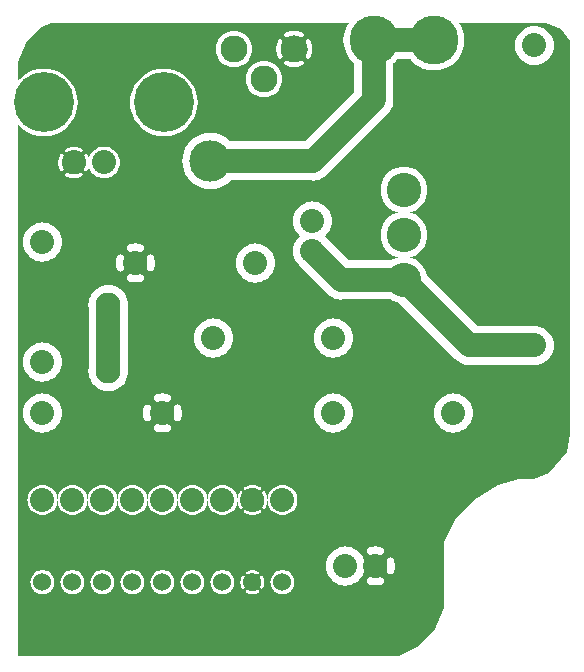
<source format=gbr>
G04 start of page 2 for group 3 layer_idx 0 *
G04 Title: (unknown), top_copper *
G04 Creator: pcb-rnd 2.0.0 *
G04 CreationDate: 2018-06-06 15:15:42 UTC *
G04 For:  *
G04 Format: Gerber/RS-274X *
G04 PCB-Dimensions: 500000 500000 *
G04 PCB-Coordinate-Origin: lower left *
%MOIN*%
%FSLAX25Y25*%
%LNTOP*%
%ADD26C,0.0730*%
%ADD25C,0.0320*%
%ADD24C,0.0790*%
%ADD23C,0.0420*%
%ADD22C,0.0400*%
%ADD21C,0.0394*%
%ADD20C,0.0472*%
%ADD19C,0.1630*%
%ADD18C,0.0900*%
%ADD17C,0.1150*%
%ADD16C,0.2000*%
%ADD15C,0.0600*%
%ADD14C,0.1378*%
%ADD13C,0.0828*%
%ADD12C,0.0800*%
%ADD11C,0.0001*%
G54D11*G36*
X372990Y406660D02*X377000D01*
X382000Y404660D01*
X385000Y400660D01*
Y269660D01*
X384000Y263660D01*
X378000Y256660D01*
X373000Y254660D01*
X372990D01*
Y292641D01*
X373000Y292640D01*
X374020Y292720D01*
X374020Y292720D01*
X375015Y292959D01*
X375960Y293351D01*
X376832Y293885D01*
X377610Y294550D01*
X378275Y295328D01*
X378809Y296200D01*
X379201Y297145D01*
X379440Y298140D01*
X379520Y299160D01*
X379440Y300180D01*
X379201Y301175D01*
X378809Y302120D01*
X378275Y302992D01*
X377610Y303770D01*
X376832Y304435D01*
X375960Y304969D01*
X375015Y305361D01*
X374020Y305600D01*
X374020Y305600D01*
X373000Y305680D01*
X372990Y305679D01*
Y392641D01*
X373000Y392640D01*
X374020Y392720D01*
X375015Y392959D01*
X375960Y393351D01*
X376832Y393885D01*
X377610Y394550D01*
X378275Y395328D01*
X378809Y396200D01*
X379201Y397145D01*
X379440Y398140D01*
X379500Y399160D01*
X379440Y400180D01*
X379201Y401175D01*
X378809Y402120D01*
X378275Y402992D01*
X377610Y403770D01*
X376832Y404435D01*
X375960Y404969D01*
X375015Y405361D01*
X374020Y405600D01*
X373000Y405680D01*
X372990Y405679D01*
Y406660D01*
G37*
G36*
Y254660D02*X368000D01*
X361000Y252660D01*
X353000Y247660D01*
X347000Y241660D01*
X345990Y239640D01*
Y270141D01*
X346000Y270140D01*
X347020Y270220D01*
X348015Y270459D01*
X348960Y270851D01*
X349832Y271385D01*
X350610Y272050D01*
X351275Y272828D01*
X351809Y273700D01*
X352201Y274645D01*
X352440Y275640D01*
X352500Y276660D01*
X352440Y277680D01*
X352201Y278675D01*
X351809Y279620D01*
X351275Y280492D01*
X350610Y281270D01*
X349832Y281935D01*
X348960Y282469D01*
X348015Y282861D01*
X347020Y283100D01*
X346000Y283180D01*
X345990Y283179D01*
Y295318D01*
X346564Y294744D01*
X346730Y294550D01*
X347508Y293885D01*
X348380Y293351D01*
X349325Y292959D01*
X350081Y292778D01*
X350320Y292720D01*
X350320D01*
X351340Y292640D01*
X351595Y292660D01*
X372745D01*
X372990Y292641D01*
Y254660D01*
G37*
G36*
X345990Y239640D02*X343000Y233660D01*
Y211660D01*
X340000Y204660D01*
X336000Y200660D01*
Y305308D01*
X345990Y295318D01*
Y283179D01*
X344980Y283100D01*
X343985Y282861D01*
X343040Y282469D01*
X342168Y281935D01*
X341390Y281270D01*
X340725Y280492D01*
X340191Y279620D01*
X339799Y278675D01*
X339560Y277680D01*
X339480Y276660D01*
X339560Y275640D01*
X339799Y274645D01*
X340191Y273700D01*
X340725Y272828D01*
X341390Y272050D01*
X342168Y271385D01*
X343040Y270851D01*
X343985Y270459D01*
X344980Y270220D01*
X345990Y270141D01*
Y239640D01*
G37*
G36*
X336000Y391464D02*X336354Y391317D01*
X337907Y390944D01*
X339500Y390819D01*
X341093Y390944D01*
X342646Y391317D01*
X344122Y391928D01*
X345484Y392763D01*
X346699Y393801D01*
X347737Y395016D01*
X348572Y396378D01*
X349183Y397854D01*
X349556Y399407D01*
X349650Y401000D01*
X349556Y402593D01*
X349183Y404146D01*
X348572Y405622D01*
X347936Y406660D01*
X372990D01*
Y405679D01*
X371980Y405600D01*
X370985Y405361D01*
X370040Y404969D01*
X369168Y404435D01*
X368390Y403770D01*
X367725Y402992D01*
X367191Y402120D01*
X366799Y401175D01*
X366560Y400180D01*
X366480Y399160D01*
X366560Y398140D01*
X366799Y397145D01*
X367191Y396200D01*
X367725Y395328D01*
X368390Y394550D01*
X369168Y393885D01*
X370040Y393351D01*
X370985Y392959D01*
X371980Y392720D01*
X372990Y392641D01*
Y305679D01*
X372745Y305660D01*
X354032D01*
X337084Y322608D01*
X336893Y323402D01*
X336427Y324529D01*
X336000Y325225D01*
Y331775D01*
X336427Y332471D01*
X336893Y333598D01*
X337178Y334784D01*
X337250Y336000D01*
X337178Y337216D01*
X336893Y338402D01*
X336427Y339529D01*
X336000Y340225D01*
Y346775D01*
X336427Y347471D01*
X336893Y348598D01*
X337178Y349784D01*
X337250Y351000D01*
X337178Y352216D01*
X336893Y353402D01*
X336427Y354529D01*
X336000Y355225D01*
Y391464D01*
G37*
G36*
Y340225D02*X335789Y340569D01*
X334997Y341497D01*
X334069Y342289D01*
X333029Y342927D01*
X331902Y343393D01*
X331458Y343500D01*
X331902Y343607D01*
X333029Y344073D01*
X334069Y344711D01*
X334997Y345503D01*
X335789Y346431D01*
X336000Y346775D01*
Y340225D01*
G37*
G36*
Y325225D02*X335789Y325569D01*
X334997Y326497D01*
X334069Y327289D01*
X333029Y327927D01*
X331902Y328393D01*
X331458Y328500D01*
X331902Y328607D01*
X333029Y329073D01*
X334069Y329711D01*
X334997Y330503D01*
X335789Y331431D01*
X336000Y331775D01*
Y325225D01*
G37*
G36*
X325122Y314500D02*X325275D01*
X325971Y314073D01*
X327098Y313607D01*
X327892Y313416D01*
X336000Y305308D01*
Y200660D01*
X334000Y198660D01*
X328000Y195660D01*
X325122D01*
Y222818D01*
X325203Y222825D01*
X325394Y222872D01*
X325576Y222948D01*
X325743Y223052D01*
X325892Y223180D01*
X326019Y223330D01*
X326121Y223499D01*
X326192Y223682D01*
X326348Y224235D01*
X326449Y224800D01*
X326500Y225373D01*
Y225947D01*
X326449Y226520D01*
X326348Y227085D01*
X326198Y227640D01*
X326125Y227823D01*
X326022Y227992D01*
X325895Y228143D01*
X325745Y228271D01*
X325578Y228375D01*
X325396Y228452D01*
X325204Y228499D01*
X325122Y228506D01*
Y314500D01*
G37*
G36*
X320002D02*X325122D01*
Y228506D01*
X325007Y228515D01*
X324810Y228501D01*
X324618Y228456D01*
X324436Y228381D01*
X324267Y228279D01*
X324116Y228151D01*
X323987Y228002D01*
X323883Y227834D01*
X323807Y227652D01*
X323760Y227461D01*
X323743Y227264D01*
X323758Y227067D01*
X323807Y226876D01*
X323903Y226536D01*
X323965Y226189D01*
X323996Y225837D01*
Y225483D01*
X323965Y225131D01*
X323903Y224784D01*
X323810Y224443D01*
X323762Y224252D01*
X323747Y224056D01*
X323764Y223860D01*
X323810Y223669D01*
X323887Y223488D01*
X323990Y223320D01*
X324119Y223171D01*
X324269Y223044D01*
X324437Y222942D01*
X324619Y222868D01*
X324811Y222823D01*
X325007Y222809D01*
X325122Y222818D01*
Y195660D01*
X320002D01*
Y219160D01*
X320287D01*
X320860Y219211D01*
X321425Y219312D01*
X321980Y219462D01*
X322163Y219535D01*
X322332Y219638D01*
X322483Y219765D01*
X322611Y219915D01*
X322715Y220082D01*
X322792Y220264D01*
X322839Y220456D01*
X322855Y220653D01*
X322841Y220850D01*
X322796Y221042D01*
X322721Y221224D01*
X322619Y221393D01*
X322491Y221544D01*
X322342Y221673D01*
X322174Y221777D01*
X321992Y221853D01*
X321801Y221900D01*
X321604Y221917D01*
X321407Y221902D01*
X321216Y221853D01*
X320876Y221757D01*
X320529Y221695D01*
X320177Y221664D01*
X320002D01*
Y229656D01*
X320177D01*
X320529Y229625D01*
X320876Y229563D01*
X321217Y229470D01*
X321408Y229422D01*
X321604Y229407D01*
X321800Y229424D01*
X321991Y229470D01*
X322172Y229547D01*
X322340Y229650D01*
X322489Y229779D01*
X322616Y229929D01*
X322718Y230097D01*
X322792Y230279D01*
X322837Y230471D01*
X322851Y230667D01*
X322835Y230863D01*
X322788Y231054D01*
X322712Y231236D01*
X322608Y231403D01*
X322480Y231552D01*
X322330Y231679D01*
X322161Y231781D01*
X321978Y231852D01*
X321425Y232008D01*
X320860Y232109D01*
X320287Y232160D01*
X320002D01*
Y314500D01*
G37*
G36*
X305990Y315070D02*X306645Y314799D01*
X307401Y314618D01*
X307640Y314560D01*
X307640D01*
X308660Y314480D01*
X308915Y314500D01*
X320002D01*
Y232160D01*
X319713D01*
X319140Y232109D01*
X318575Y232008D01*
X318020Y231858D01*
X317837Y231785D01*
X317668Y231682D01*
X317517Y231555D01*
X317389Y231405D01*
X317285Y231238D01*
X317208Y231056D01*
X317161Y230864D01*
X317145Y230667D01*
X317159Y230470D01*
X317204Y230278D01*
X317279Y230096D01*
X317381Y229927D01*
X317509Y229776D01*
X317658Y229647D01*
X317826Y229543D01*
X318008Y229467D01*
X318199Y229420D01*
X318396Y229403D01*
X318593Y229418D01*
X318784Y229467D01*
X319124Y229563D01*
X319471Y229625D01*
X319823Y229656D01*
X320002D01*
Y221664D01*
X319823D01*
X319471Y221695D01*
X319124Y221757D01*
X318783Y221850D01*
X318592Y221898D01*
X318396Y221913D01*
X318200Y221896D01*
X318009Y221850D01*
X317828Y221773D01*
X317660Y221670D01*
X317511Y221541D01*
X317384Y221391D01*
X317282Y221223D01*
X317208Y221041D01*
X317163Y220849D01*
X317149Y220653D01*
X317165Y220457D01*
X317212Y220266D01*
X317288Y220084D01*
X317392Y219917D01*
X317520Y219768D01*
X317670Y219641D01*
X317839Y219539D01*
X318022Y219468D01*
X318575Y219312D01*
X319140Y219211D01*
X319713Y219160D01*
X320002D01*
Y195660D01*
X305990D01*
Y220537D01*
X306168Y220385D01*
X307040Y219851D01*
X307985Y219459D01*
X308980Y219220D01*
X310000Y219140D01*
X311020Y219220D01*
X312015Y219459D01*
X312960Y219851D01*
X313832Y220385D01*
X314610Y221050D01*
X315275Y221828D01*
X315809Y222700D01*
X316201Y223645D01*
X316440Y224640D01*
X316500Y225660D01*
X316440Y226680D01*
X316201Y227675D01*
X315809Y228620D01*
X315275Y229492D01*
X314610Y230270D01*
X313832Y230935D01*
X312960Y231469D01*
X312015Y231861D01*
X311020Y232100D01*
X310000Y232180D01*
X308980Y232100D01*
X307985Y231861D01*
X307040Y231469D01*
X306168Y230935D01*
X305990Y230783D01*
Y270141D01*
X306000Y270140D01*
X307020Y270220D01*
X308015Y270459D01*
X308960Y270851D01*
X309832Y271385D01*
X310610Y272050D01*
X311275Y272828D01*
X311809Y273700D01*
X312201Y274645D01*
X312440Y275640D01*
X312500Y276660D01*
X312440Y277680D01*
X312201Y278675D01*
X311809Y279620D01*
X311275Y280492D01*
X310610Y281270D01*
X309832Y281935D01*
X308960Y282469D01*
X308015Y282861D01*
X307020Y283100D01*
X306000Y283180D01*
X305990Y283179D01*
Y295141D01*
X306000Y295140D01*
X307020Y295220D01*
X308015Y295459D01*
X308960Y295851D01*
X309832Y296385D01*
X310610Y297050D01*
X311275Y297828D01*
X311809Y298700D01*
X312201Y299645D01*
X312440Y300640D01*
X312500Y301660D01*
X312440Y302680D01*
X312201Y303675D01*
X311809Y304620D01*
X311275Y305492D01*
X310610Y306270D01*
X309832Y306935D01*
X308960Y307469D01*
X308015Y307861D01*
X307020Y308100D01*
X306000Y308180D01*
X305990Y308179D01*
Y315070D01*
G37*
G36*
Y358298D02*X323916Y376224D01*
X324110Y376390D01*
X324775Y377168D01*
X325309Y378040D01*
X325701Y378985D01*
X325940Y379980D01*
X326020Y381000D01*
X326000Y381255D01*
Y393203D01*
X326699Y393801D01*
X327297Y394500D01*
X331703D01*
X332301Y393801D01*
X333516Y392763D01*
X334878Y391928D01*
X336000Y391464D01*
Y355225D01*
X335789Y355569D01*
X334997Y356497D01*
X334069Y357289D01*
X333029Y357927D01*
X331902Y358393D01*
X330716Y358678D01*
X329500Y358774D01*
X328284Y358678D01*
X327098Y358393D01*
X325971Y357927D01*
X324931Y357289D01*
X324003Y356497D01*
X323211Y355569D01*
X322573Y354529D01*
X322107Y353402D01*
X321822Y352216D01*
X321726Y351000D01*
X321822Y349784D01*
X322107Y348598D01*
X322573Y347471D01*
X323211Y346431D01*
X324003Y345503D01*
X324931Y344711D01*
X325971Y344073D01*
X327098Y343607D01*
X327542Y343500D01*
X327098Y343393D01*
X325971Y342927D01*
X324931Y342289D01*
X324003Y341497D01*
X323211Y340569D01*
X322573Y339529D01*
X322107Y338402D01*
X321822Y337216D01*
X321726Y336000D01*
X321822Y334784D01*
X322107Y333598D01*
X322573Y332471D01*
X323211Y331431D01*
X324003Y330503D01*
X324931Y329711D01*
X325971Y329073D01*
X327098Y328607D01*
X327542Y328500D01*
X327098Y328393D01*
X325971Y327927D01*
X325275Y327500D01*
X311352D01*
X305990Y332862D01*
Y358298D01*
G37*
G36*
X288150Y354160D02*X298905D01*
X299160Y354140D01*
X300180Y354220D01*
X300180Y354220D01*
X301175Y354459D01*
X302120Y354851D01*
X302992Y355385D01*
X303770Y356050D01*
X303936Y356244D01*
X305990Y358298D01*
Y332862D01*
X303776Y335076D01*
X303610Y335270D01*
X303154Y335660D01*
X303610Y336050D01*
X304275Y336828D01*
X304809Y337700D01*
X305201Y338645D01*
X305440Y339640D01*
X305500Y340660D01*
X305440Y341680D01*
X305201Y342675D01*
X304809Y343620D01*
X304275Y344492D01*
X303610Y345270D01*
X302832Y345935D01*
X301960Y346469D01*
X301015Y346861D01*
X300020Y347100D01*
X299000Y347180D01*
X297980Y347100D01*
X296985Y346861D01*
X296040Y346469D01*
X295168Y345935D01*
X294390Y345270D01*
X293725Y344492D01*
X293191Y343620D01*
X292799Y342675D01*
X292560Y341680D01*
X292480Y340660D01*
X292560Y339640D01*
X292799Y338645D01*
X293191Y337700D01*
X293725Y336828D01*
X294390Y336050D01*
X294846Y335660D01*
X294390Y335270D01*
X294084Y334912D01*
X293725Y334492D01*
X293394Y333952D01*
X293191Y333620D01*
X292799Y332675D01*
X292560Y331680D01*
X292480Y330660D01*
Y330660D01*
X292560Y329640D01*
X292618Y329401D01*
X292799Y328645D01*
X293191Y327700D01*
X293725Y326828D01*
X294390Y326050D01*
X294584Y325884D01*
X303884Y316584D01*
X304050Y316390D01*
X304828Y315725D01*
X305700Y315191D01*
X305990Y315070D01*
Y308179D01*
X304980Y308100D01*
X303985Y307861D01*
X303040Y307469D01*
X302168Y306935D01*
X301390Y306270D01*
X300725Y305492D01*
X300191Y304620D01*
X299799Y303675D01*
X299560Y302680D01*
X299480Y301660D01*
X299560Y300640D01*
X299799Y299645D01*
X300191Y298700D01*
X300725Y297828D01*
X301390Y297050D01*
X302168Y296385D01*
X303040Y295851D01*
X303985Y295459D01*
X304980Y295220D01*
X305990Y295141D01*
Y283179D01*
X304980Y283100D01*
X303985Y282861D01*
X303040Y282469D01*
X302168Y281935D01*
X301390Y281270D01*
X300725Y280492D01*
X300191Y279620D01*
X299799Y278675D01*
X299560Y277680D01*
X299480Y276660D01*
X299560Y275640D01*
X299799Y274645D01*
X300191Y273700D01*
X300725Y272828D01*
X301390Y272050D01*
X302168Y271385D01*
X303040Y270851D01*
X303985Y270459D01*
X304980Y270220D01*
X305990Y270141D01*
Y230783D01*
X305390Y230270D01*
X304725Y229492D01*
X304191Y228620D01*
X303799Y227675D01*
X303560Y226680D01*
X303480Y225660D01*
X303560Y224640D01*
X303799Y223645D01*
X304191Y222700D01*
X304725Y221828D01*
X305390Y221050D01*
X305990Y220537D01*
Y195660D01*
X288150D01*
Y216364D01*
X288373Y216310D01*
X289001Y216261D01*
X289629Y216310D01*
X290241Y216457D01*
X290823Y216698D01*
X291360Y217027D01*
X291838Y217436D01*
X292247Y217915D01*
X292576Y218452D01*
X292817Y219033D01*
X292964Y219645D01*
X293001Y220273D01*
X292964Y220901D01*
X292817Y221513D01*
X292576Y222095D01*
X292247Y222632D01*
X291838Y223110D01*
X291360Y223519D01*
X290823Y223848D01*
X290241Y224089D01*
X289629Y224236D01*
X289001Y224285D01*
X288373Y224236D01*
X288150Y224182D01*
Y242722D01*
X288215Y242706D01*
X289000Y242645D01*
X289785Y242706D01*
X290550Y242890D01*
X291277Y243191D01*
X291948Y243602D01*
X292546Y244114D01*
X293058Y244712D01*
X293469Y245383D01*
X293770Y246110D01*
X293954Y246875D01*
X294000Y247660D01*
X293954Y248445D01*
X293770Y249210D01*
X293469Y249937D01*
X293058Y250608D01*
X292546Y251206D01*
X291948Y251718D01*
X291277Y252129D01*
X290550Y252430D01*
X289785Y252614D01*
X289000Y252675D01*
X288215Y252614D01*
X288150Y252598D01*
Y354160D01*
G37*
G36*
X282285D02*X288150D01*
Y252598D01*
X287450Y252430D01*
X286723Y252129D01*
X286052Y251718D01*
X285454Y251206D01*
X284942Y250608D01*
X284531Y249937D01*
X284230Y249210D01*
X284046Y248445D01*
X283998Y247827D01*
X283983Y248129D01*
X283918Y248594D01*
X283808Y249051D01*
X283657Y249495D01*
X283464Y249924D01*
X283232Y250332D01*
X283185Y250396D01*
X283128Y250452D01*
X283064Y250497D01*
X282992Y250532D01*
X282917Y250556D01*
X282838Y250567D01*
X282759Y250566D01*
X282680Y250553D01*
X282605Y250527D01*
X282535Y250490D01*
X282471Y250443D01*
X282416Y250386D01*
X282370Y250321D01*
X282335Y250250D01*
X282312Y250174D01*
X282300Y250095D01*
X282301Y250016D01*
X282315Y249938D01*
X282340Y249863D01*
X282379Y249793D01*
X282568Y249469D01*
X282721Y249127D01*
X282842Y248772D01*
X282930Y248406D01*
X282982Y248035D01*
X283000Y247660D01*
X282982Y247285D01*
X282930Y246914D01*
X282842Y246548D01*
X282721Y246193D01*
X282568Y245851D01*
X282382Y245525D01*
X282344Y245456D01*
X282319Y245381D01*
X282306Y245304D01*
X282305Y245225D01*
X282316Y245147D01*
X282339Y245072D01*
X282374Y245001D01*
X282419Y244937D01*
X282474Y244881D01*
X282537Y244833D01*
X282607Y244797D01*
X282681Y244772D01*
X282759Y244758D01*
X282838Y244757D01*
X282916Y244768D01*
X282991Y244792D01*
X283061Y244826D01*
X283126Y244872D01*
X283182Y244927D01*
X283228Y244991D01*
X283464Y245396D01*
X283657Y245825D01*
X283808Y246269D01*
X283918Y246726D01*
X283983Y247191D01*
X283998Y247493D01*
X284046Y246875D01*
X284230Y246110D01*
X284531Y245383D01*
X284942Y244712D01*
X285454Y244114D01*
X286052Y243602D01*
X286723Y243191D01*
X287450Y242890D01*
X288150Y242722D01*
Y224182D01*
X287761Y224089D01*
X287180Y223848D01*
X286643Y223519D01*
X286164Y223110D01*
X285755Y222632D01*
X285426Y222095D01*
X285185Y221513D01*
X285038Y220901D01*
X284989Y220273D01*
X285038Y219645D01*
X285185Y219033D01*
X285426Y218452D01*
X285755Y217915D01*
X286164Y217436D01*
X286643Y217027D01*
X287180Y216698D01*
X287761Y216457D01*
X288150Y216364D01*
Y195660D01*
X282285D01*
Y218142D01*
X282288Y218143D01*
X282356Y218182D01*
X282418Y218232D01*
X282470Y218290D01*
X282512Y218357D01*
X282675Y218681D01*
X282805Y219021D01*
X282902Y219371D01*
X282968Y219729D01*
X283001Y220091D01*
Y220455D01*
X282968Y220817D01*
X282902Y221175D01*
X282805Y221525D01*
X282675Y221865D01*
X282516Y222192D01*
X282473Y222258D01*
X282420Y222317D01*
X282358Y222367D01*
X282289Y222406D01*
X282285Y222408D01*
Y320571D01*
X282960Y320851D01*
X283832Y321385D01*
X284610Y322050D01*
X285275Y322828D01*
X285809Y323700D01*
X286201Y324645D01*
X286440Y325640D01*
X286500Y326660D01*
X286440Y327680D01*
X286201Y328675D01*
X285809Y329620D01*
X285275Y330492D01*
X284610Y331270D01*
X283832Y331935D01*
X282960Y332469D01*
X282285Y332749D01*
Y354160D01*
G37*
G36*
Y195660D02*X279002D01*
Y216273D01*
X279183D01*
X279545Y216306D01*
X279903Y216372D01*
X280253Y216470D01*
X280593Y216599D01*
X280920Y216759D01*
X280986Y216801D01*
X281045Y216855D01*
X281095Y216916D01*
X281134Y216985D01*
X281162Y217059D01*
X281179Y217136D01*
X281183Y217215D01*
X281174Y217294D01*
X281153Y217371D01*
X281121Y217443D01*
X281078Y217509D01*
X281025Y217568D01*
X280963Y217618D01*
X280894Y217657D01*
X280820Y217685D01*
X280743Y217702D01*
X280664Y217706D01*
X280585Y217697D01*
X280509Y217676D01*
X280437Y217643D01*
X280194Y217520D01*
X279939Y217424D01*
X279677Y217350D01*
X279409Y217301D01*
X279137Y217276D01*
X279002D01*
Y223270D01*
X279137D01*
X279409Y223245D01*
X279677Y223196D01*
X279939Y223123D01*
X280194Y223026D01*
X280439Y222906D01*
X280510Y222873D01*
X280586Y222852D01*
X280664Y222844D01*
X280742Y222848D01*
X280819Y222864D01*
X280893Y222892D01*
X280961Y222931D01*
X281023Y222981D01*
X281075Y223039D01*
X281118Y223105D01*
X281151Y223177D01*
X281171Y223253D01*
X281179Y223331D01*
X281176Y223410D01*
X281159Y223487D01*
X281131Y223560D01*
X281092Y223628D01*
X281043Y223690D01*
X280984Y223742D01*
X280918Y223784D01*
X280593Y223947D01*
X280253Y224077D01*
X279903Y224174D01*
X279545Y224240D01*
X279183Y224273D01*
X279002D01*
Y242655D01*
X279469Y242677D01*
X279934Y242742D01*
X280391Y242852D01*
X280835Y243003D01*
X281264Y243196D01*
X281672Y243428D01*
X281736Y243475D01*
X281792Y243532D01*
X281837Y243596D01*
X281872Y243668D01*
X281896Y243743D01*
X281907Y243822D01*
X281906Y243901D01*
X281893Y243980D01*
X281867Y244055D01*
X281830Y244125D01*
X281783Y244189D01*
X281726Y244244D01*
X281661Y244290D01*
X281590Y244325D01*
X281514Y244348D01*
X281435Y244360D01*
X281356Y244359D01*
X281278Y244345D01*
X281203Y244320D01*
X281133Y244281D01*
X280809Y244092D01*
X280467Y243939D01*
X280112Y243818D01*
X279746Y243730D01*
X279375Y243678D01*
X279002Y243660D01*
Y251660D01*
X279375Y251642D01*
X279746Y251590D01*
X280112Y251502D01*
X280467Y251381D01*
X280809Y251228D01*
X281135Y251042D01*
X281204Y251004D01*
X281279Y250979D01*
X281356Y250966D01*
X281435Y250965D01*
X281513Y250976D01*
X281588Y250999D01*
X281659Y251034D01*
X281723Y251079D01*
X281779Y251134D01*
X281827Y251197D01*
X281863Y251267D01*
X281888Y251341D01*
X281902Y251419D01*
X281903Y251498D01*
X281892Y251576D01*
X281868Y251651D01*
X281834Y251721D01*
X281788Y251786D01*
X281733Y251842D01*
X281669Y251888D01*
X281264Y252124D01*
X280835Y252317D01*
X280391Y252468D01*
X279934Y252578D01*
X279469Y252643D01*
X279002Y252665D01*
Y320218D01*
X280000Y320140D01*
X281020Y320220D01*
X282015Y320459D01*
X282285Y320571D01*
Y222408D01*
X282215Y222434D01*
X282138Y222451D01*
X282059Y222455D01*
X281980Y222446D01*
X281904Y222425D01*
X281831Y222393D01*
X281765Y222350D01*
X281706Y222297D01*
X281657Y222235D01*
X281617Y222166D01*
X281589Y222092D01*
X281573Y222015D01*
X281569Y221936D01*
X281577Y221857D01*
X281598Y221781D01*
X281632Y221709D01*
X281754Y221466D01*
X281851Y221211D01*
X281924Y220949D01*
X281973Y220681D01*
X281998Y220409D01*
Y220137D01*
X281973Y219866D01*
X281924Y219598D01*
X281851Y219335D01*
X281754Y219081D01*
X281634Y218836D01*
X281601Y218765D01*
X281580Y218689D01*
X281572Y218610D01*
X281576Y218532D01*
X281592Y218455D01*
X281620Y218381D01*
X281659Y218313D01*
X281709Y218252D01*
X281767Y218199D01*
X281833Y218156D01*
X281905Y218124D01*
X281981Y218103D01*
X282059Y218095D01*
X282138Y218099D01*
X282215Y218115D01*
X282285Y218142D01*
Y195660D01*
G37*
G36*
X279002Y354160D02*X282285D01*
Y332749D01*
X282015Y332861D01*
X281020Y333100D01*
X280000Y333180D01*
X279002Y333102D01*
Y354160D01*
G37*
G36*
X275717Y321770D02*X276168Y321385D01*
X277040Y320851D01*
X277985Y320459D01*
X278980Y320220D01*
X279002Y320218D01*
Y252665D01*
X279000Y252666D01*
X278531Y252643D01*
X278066Y252578D01*
X277609Y252468D01*
X277165Y252317D01*
X276736Y252124D01*
X276328Y251892D01*
X276264Y251845D01*
X276208Y251788D01*
X276163Y251724D01*
X276128Y251652D01*
X276104Y251577D01*
X276093Y251498D01*
X276094Y251419D01*
X276107Y251340D01*
X276133Y251265D01*
X276170Y251195D01*
X276217Y251131D01*
X276274Y251076D01*
X276339Y251030D01*
X276410Y250995D01*
X276486Y250972D01*
X276565Y250960D01*
X276644Y250961D01*
X276722Y250975D01*
X276797Y251000D01*
X276867Y251039D01*
X277191Y251228D01*
X277533Y251381D01*
X277888Y251502D01*
X278254Y251590D01*
X278625Y251642D01*
X279000Y251660D01*
X279002Y251660D01*
Y243660D01*
X279000Y243660D01*
X278625Y243678D01*
X278254Y243730D01*
X277888Y243818D01*
X277533Y243939D01*
X277191Y244092D01*
X276864Y244278D01*
X276796Y244316D01*
X276721Y244341D01*
X276644Y244354D01*
X276565Y244355D01*
X276487Y244344D01*
X276412Y244321D01*
X276341Y244286D01*
X276277Y244241D01*
X276221Y244186D01*
X276173Y244123D01*
X276137Y244053D01*
X276112Y243979D01*
X276098Y243901D01*
X276097Y243822D01*
X276108Y243744D01*
X276132Y243669D01*
X276166Y243599D01*
X276212Y243534D01*
X276267Y243478D01*
X276331Y243432D01*
X276736Y243196D01*
X277165Y243003D01*
X277609Y242852D01*
X278066Y242742D01*
X278531Y242677D01*
X279000Y242654D01*
X279002Y242655D01*
Y224273D01*
X278819D01*
X278457Y224240D01*
X278099Y224174D01*
X277749Y224077D01*
X277409Y223947D01*
X277083Y223788D01*
X277016Y223745D01*
X276957Y223692D01*
X276908Y223630D01*
X276868Y223561D01*
X276840Y223487D01*
X276824Y223410D01*
X276820Y223331D01*
X276828Y223252D01*
X276849Y223176D01*
X276881Y223103D01*
X276924Y223037D01*
X276978Y222978D01*
X277039Y222929D01*
X277108Y222889D01*
X277182Y222861D01*
X277259Y222845D01*
X277338Y222841D01*
X277417Y222849D01*
X277494Y222870D01*
X277565Y222904D01*
X277808Y223026D01*
X278063Y223123D01*
X278326Y223196D01*
X278594Y223245D01*
X278865Y223270D01*
X279002D01*
Y217276D01*
X278865D01*
X278594Y217301D01*
X278326Y217350D01*
X278063Y217424D01*
X277808Y217520D01*
X277564Y217640D01*
X277493Y217673D01*
X277417Y217694D01*
X277338Y217702D01*
X277260Y217698D01*
X277183Y217682D01*
X277109Y217654D01*
X277041Y217615D01*
X276980Y217566D01*
X276927Y217507D01*
X276884Y217441D01*
X276852Y217370D01*
X276831Y217294D01*
X276823Y217215D01*
X276827Y217137D01*
X276843Y217060D01*
X276871Y216986D01*
X276910Y216918D01*
X276960Y216857D01*
X277018Y216804D01*
X277085Y216762D01*
X277409Y216599D01*
X277749Y216470D01*
X278099Y216372D01*
X278457Y216306D01*
X278819Y216273D01*
X279002D01*
Y195660D01*
X275717D01*
Y218138D01*
X275787Y218112D01*
X275864Y218096D01*
X275943Y218092D01*
X276022Y218100D01*
X276099Y218121D01*
X276171Y218153D01*
X276237Y218196D01*
X276296Y218250D01*
X276346Y218311D01*
X276385Y218380D01*
X276413Y218454D01*
X276430Y218531D01*
X276433Y218610D01*
X276425Y218689D01*
X276404Y218766D01*
X276371Y218837D01*
X276248Y219081D01*
X276152Y219335D01*
X276078Y219598D01*
X276029Y219866D01*
X276004Y220137D01*
Y220409D01*
X276029Y220681D01*
X276078Y220949D01*
X276152Y221211D01*
X276248Y221466D01*
X276368Y221711D01*
X276401Y221782D01*
X276422Y221858D01*
X276430Y221936D01*
X276426Y222014D01*
X276410Y222092D01*
X276382Y222165D01*
X276343Y222233D01*
X276294Y222295D01*
X276235Y222347D01*
X276169Y222390D01*
X276098Y222423D01*
X276022Y222443D01*
X275943Y222451D01*
X275865Y222448D01*
X275788Y222431D01*
X275717Y222405D01*
Y321770D01*
G37*
G36*
Y354160D02*X279002D01*
Y333102D01*
X278980Y333100D01*
X277985Y332861D01*
X277040Y332469D01*
X276168Y331935D01*
X275717Y331550D01*
Y354160D01*
G37*
G36*
X265990Y351319D02*X266473Y351357D01*
X267911Y351702D01*
X269276Y352268D01*
X270536Y353040D01*
X271660Y354000D01*
X271797Y354160D01*
X275717D01*
Y331550D01*
X275390Y331270D01*
X274725Y330492D01*
X274191Y329620D01*
X273799Y328675D01*
X273560Y327680D01*
X273480Y326660D01*
X273560Y325640D01*
X273799Y324645D01*
X274191Y323700D01*
X274725Y322828D01*
X275390Y322050D01*
X275717Y321770D01*
Y222405D01*
X275714Y222403D01*
X275646Y222364D01*
X275585Y222315D01*
X275532Y222256D01*
X275490Y222190D01*
X275327Y221865D01*
X275198Y221525D01*
X275100Y221175D01*
X275034Y220817D01*
X275001Y220455D01*
Y220091D01*
X275034Y219729D01*
X275100Y219371D01*
X275198Y219021D01*
X275327Y218681D01*
X275487Y218355D01*
X275529Y218288D01*
X275582Y218229D01*
X275644Y218180D01*
X275713Y218140D01*
X275717Y218138D01*
Y195660D01*
X265990D01*
Y217640D01*
X266164Y217436D01*
X266643Y217027D01*
X267180Y216698D01*
X267761Y216457D01*
X268373Y216310D01*
X269001Y216261D01*
X269629Y216310D01*
X270241Y216457D01*
X270823Y216698D01*
X271360Y217027D01*
X271838Y217436D01*
X272247Y217915D01*
X272576Y218452D01*
X272817Y219033D01*
X272964Y219645D01*
X273001Y220273D01*
X272964Y220901D01*
X272817Y221513D01*
X272576Y222095D01*
X272247Y222632D01*
X271838Y223110D01*
X271360Y223519D01*
X270823Y223848D01*
X270241Y224089D01*
X269629Y224236D01*
X269001Y224285D01*
X268373Y224236D01*
X267761Y224089D01*
X267180Y223848D01*
X266643Y223519D01*
X266164Y223110D01*
X265990Y222907D01*
Y243655D01*
X266052Y243602D01*
X266723Y243191D01*
X267450Y242890D01*
X268215Y242706D01*
X269000Y242645D01*
X269785Y242706D01*
X270550Y242890D01*
X271277Y243191D01*
X271948Y243602D01*
X272546Y244114D01*
X273058Y244712D01*
X273469Y245383D01*
X273770Y246110D01*
X273954Y246875D01*
X273997Y247608D01*
X274017Y247191D01*
X274082Y246726D01*
X274192Y246269D01*
X274343Y245825D01*
X274536Y245396D01*
X274768Y244988D01*
X274815Y244924D01*
X274872Y244868D01*
X274936Y244823D01*
X275008Y244788D01*
X275083Y244764D01*
X275162Y244753D01*
X275241Y244754D01*
X275320Y244767D01*
X275395Y244793D01*
X275465Y244830D01*
X275529Y244877D01*
X275584Y244934D01*
X275630Y244999D01*
X275665Y245070D01*
X275688Y245146D01*
X275700Y245225D01*
X275699Y245304D01*
X275685Y245382D01*
X275660Y245457D01*
X275621Y245527D01*
X275432Y245851D01*
X275279Y246193D01*
X275158Y246548D01*
X275070Y246914D01*
X275018Y247285D01*
X275000Y247660D01*
X275018Y248035D01*
X275070Y248406D01*
X275158Y248772D01*
X275279Y249127D01*
X275432Y249469D01*
X275618Y249796D01*
X275656Y249864D01*
X275681Y249939D01*
X275694Y250016D01*
X275695Y250095D01*
X275684Y250173D01*
X275661Y250248D01*
X275626Y250319D01*
X275581Y250383D01*
X275526Y250439D01*
X275463Y250487D01*
X275393Y250523D01*
X275319Y250549D01*
X275241Y250562D01*
X275162Y250563D01*
X275084Y250552D01*
X275009Y250528D01*
X274939Y250494D01*
X274874Y250448D01*
X274818Y250393D01*
X274772Y250329D01*
X274536Y249924D01*
X274343Y249495D01*
X274192Y249051D01*
X274082Y248594D01*
X274017Y248129D01*
X273997Y247712D01*
X273954Y248445D01*
X273770Y249210D01*
X273469Y249937D01*
X273058Y250608D01*
X272546Y251206D01*
X271948Y251718D01*
X271277Y252129D01*
X270550Y252430D01*
X269785Y252614D01*
X269000Y252675D01*
X268215Y252614D01*
X267450Y252430D01*
X266723Y252129D01*
X266052Y251718D01*
X265990Y251665D01*
Y295141D01*
X266000Y295140D01*
X267020Y295220D01*
X268015Y295459D01*
X268960Y295851D01*
X269832Y296385D01*
X270610Y297050D01*
X271275Y297828D01*
X271809Y298700D01*
X272201Y299645D01*
X272440Y300640D01*
X272500Y301660D01*
X272440Y302680D01*
X272201Y303675D01*
X271809Y304620D01*
X271275Y305492D01*
X270610Y306270D01*
X269832Y306935D01*
X268960Y307469D01*
X268015Y307861D01*
X267020Y308100D01*
X266000Y308180D01*
X265990Y308179D01*
Y351319D01*
G37*
G36*
X297806Y406660D02*X311064D01*
X310428Y405622D01*
X309817Y404146D01*
X309444Y402593D01*
X309319Y401000D01*
X309444Y399407D01*
X309817Y397854D01*
X310428Y396378D01*
X311263Y395016D01*
X312301Y393801D01*
X313000Y393204D01*
Y383692D01*
X297806Y368498D01*
Y394803D01*
X297810Y394805D01*
X297913Y394864D01*
X298005Y394938D01*
X298084Y395025D01*
X298146Y395125D01*
X298391Y395612D01*
X298585Y396122D01*
X298732Y396648D01*
X298831Y397184D01*
X298880Y397727D01*
Y398273D01*
X298831Y398816D01*
X298732Y399352D01*
X298585Y399878D01*
X298391Y400388D01*
X298152Y400878D01*
X298088Y400978D01*
X298008Y401066D01*
X297915Y401140D01*
X297812Y401199D01*
X297806Y401202D01*
Y406660D01*
G37*
G36*
X292882D02*X297806D01*
Y401202D01*
X297701Y401242D01*
X297585Y401266D01*
X297467Y401272D01*
X297348Y401260D01*
X297234Y401229D01*
X297125Y401180D01*
X297026Y401115D01*
X296938Y401035D01*
X296863Y400943D01*
X296804Y400840D01*
X296762Y400729D01*
X296737Y400613D01*
X296731Y400494D01*
X296744Y400376D01*
X296775Y400261D01*
X296826Y400154D01*
X297009Y399789D01*
X297154Y399407D01*
X297264Y399013D01*
X297338Y398611D01*
X297375Y398204D01*
Y397796D01*
X297338Y397389D01*
X297264Y396987D01*
X297154Y396593D01*
X297009Y396211D01*
X296830Y395844D01*
X296780Y395737D01*
X296749Y395623D01*
X296736Y395506D01*
X296742Y395388D01*
X296766Y395272D01*
X296808Y395162D01*
X296867Y395060D01*
X296941Y394968D01*
X297029Y394889D01*
X297128Y394824D01*
X297235Y394776D01*
X297349Y394745D01*
X297467Y394732D01*
X297585Y394738D01*
X297700Y394763D01*
X297806Y394803D01*
Y368498D01*
X296468Y367160D01*
X292882D01*
Y392000D01*
X293153D01*
X293696Y392049D01*
X294232Y392148D01*
X294758Y392295D01*
X295268Y392489D01*
X295758Y392728D01*
X295858Y392792D01*
X295946Y392872D01*
X296020Y392965D01*
X296079Y393068D01*
X296122Y393179D01*
X296146Y393295D01*
X296152Y393413D01*
X296140Y393532D01*
X296109Y393646D01*
X296060Y393755D01*
X295995Y393854D01*
X295915Y393942D01*
X295823Y394017D01*
X295720Y394076D01*
X295609Y394118D01*
X295493Y394143D01*
X295374Y394149D01*
X295256Y394136D01*
X295141Y394105D01*
X295034Y394054D01*
X294669Y393871D01*
X294287Y393726D01*
X293893Y393616D01*
X293491Y393542D01*
X293084Y393505D01*
X292882D01*
Y402495D01*
X293084D01*
X293491Y402458D01*
X293893Y402384D01*
X294287Y402274D01*
X294669Y402129D01*
X295036Y401950D01*
X295143Y401900D01*
X295257Y401869D01*
X295374Y401856D01*
X295492Y401862D01*
X295608Y401886D01*
X295718Y401928D01*
X295820Y401987D01*
X295912Y402061D01*
X295991Y402149D01*
X296056Y402248D01*
X296104Y402355D01*
X296135Y402469D01*
X296148Y402587D01*
X296142Y402705D01*
X296117Y402820D01*
X296075Y402930D01*
X296016Y403033D01*
X295942Y403125D01*
X295855Y403204D01*
X295755Y403266D01*
X295268Y403511D01*
X294758Y403705D01*
X294232Y403852D01*
X293696Y403951D01*
X293153Y404000D01*
X292882D01*
Y406660D01*
G37*
G36*
X287954D02*X292882D01*
Y404000D01*
X292607D01*
X292064Y403951D01*
X291528Y403852D01*
X291002Y403705D01*
X290492Y403511D01*
X290002Y403272D01*
X289902Y403208D01*
X289814Y403128D01*
X289740Y403035D01*
X289681Y402932D01*
X289638Y402821D01*
X289614Y402705D01*
X289608Y402587D01*
X289620Y402468D01*
X289651Y402354D01*
X289700Y402245D01*
X289765Y402146D01*
X289845Y402058D01*
X289937Y401983D01*
X290040Y401924D01*
X290151Y401882D01*
X290267Y401857D01*
X290386Y401851D01*
X290504Y401864D01*
X290619Y401895D01*
X290726Y401946D01*
X291091Y402129D01*
X291473Y402274D01*
X291867Y402384D01*
X292269Y402458D01*
X292676Y402495D01*
X292882D01*
Y393505D01*
X292676D01*
X292269Y393542D01*
X291867Y393616D01*
X291473Y393726D01*
X291091Y393871D01*
X290724Y394050D01*
X290617Y394100D01*
X290503Y394131D01*
X290386Y394144D01*
X290268Y394138D01*
X290152Y394114D01*
X290042Y394072D01*
X289940Y394013D01*
X289848Y393939D01*
X289769Y393851D01*
X289704Y393752D01*
X289656Y393645D01*
X289625Y393531D01*
X289612Y393413D01*
X289618Y393295D01*
X289643Y393180D01*
X289685Y393070D01*
X289744Y392967D01*
X289818Y392875D01*
X289905Y392796D01*
X290005Y392734D01*
X290492Y392489D01*
X291002Y392295D01*
X291528Y392148D01*
X292064Y392049D01*
X292607Y392000D01*
X292882D01*
Y367160D01*
X287954D01*
Y384797D01*
X288243Y385268D01*
X288604Y386140D01*
X288824Y387058D01*
X288880Y388000D01*
X288824Y388942D01*
X288604Y389860D01*
X288243Y390732D01*
X287954Y391203D01*
Y394798D01*
X288059Y394758D01*
X288175Y394734D01*
X288293Y394728D01*
X288412Y394740D01*
X288526Y394771D01*
X288635Y394820D01*
X288734Y394885D01*
X288822Y394965D01*
X288897Y395057D01*
X288956Y395160D01*
X288998Y395271D01*
X289023Y395387D01*
X289029Y395506D01*
X289016Y395624D01*
X288985Y395739D01*
X288934Y395846D01*
X288751Y396211D01*
X288606Y396593D01*
X288496Y396987D01*
X288422Y397389D01*
X288385Y397796D01*
Y398204D01*
X288422Y398611D01*
X288496Y399013D01*
X288606Y399407D01*
X288751Y399789D01*
X288930Y400156D01*
X288980Y400263D01*
X289011Y400377D01*
X289024Y400494D01*
X289018Y400612D01*
X288994Y400728D01*
X288952Y400838D01*
X288893Y400940D01*
X288819Y401032D01*
X288731Y401111D01*
X288632Y401176D01*
X288525Y401224D01*
X288411Y401255D01*
X288293Y401268D01*
X288175Y401262D01*
X288060Y401237D01*
X287954Y401197D01*
Y406660D01*
G37*
G36*
Y367160D02*X282871D01*
Y381982D01*
X282880Y381981D01*
X283822Y382056D01*
X284740Y382276D01*
X285612Y382637D01*
X286418Y383131D01*
X287136Y383744D01*
X287749Y384462D01*
X287954Y384797D01*
Y367160D01*
G37*
G36*
X282871Y406660D02*X287954D01*
Y401197D01*
X287950Y401195D01*
X287847Y401136D01*
X287755Y401062D01*
X287676Y400975D01*
X287614Y400875D01*
X287369Y400388D01*
X287175Y399878D01*
X287028Y399352D01*
X286929Y398816D01*
X286880Y398273D01*
Y397727D01*
X286929Y397184D01*
X287028Y396648D01*
X287175Y396122D01*
X287369Y395612D01*
X287608Y395122D01*
X287672Y395022D01*
X287752Y394934D01*
X287845Y394860D01*
X287948Y394801D01*
X287954Y394798D01*
Y391203D01*
X287749Y391538D01*
X287136Y392256D01*
X286418Y392869D01*
X285612Y393363D01*
X284740Y393724D01*
X283822Y393944D01*
X282880Y394019D01*
X282871Y394018D01*
Y406660D01*
G37*
G36*
X272871D02*X282871D01*
Y394018D01*
X281938Y393944D01*
X281020Y393724D01*
X280148Y393363D01*
X279342Y392869D01*
X278624Y392256D01*
X278011Y391538D01*
X277517Y390732D01*
X277156Y389860D01*
X276936Y388942D01*
X276861Y388000D01*
X276936Y387058D01*
X277156Y386140D01*
X277517Y385268D01*
X278011Y384462D01*
X278624Y383744D01*
X279342Y383131D01*
X280148Y382637D01*
X281020Y382276D01*
X281938Y382056D01*
X282871Y381982D01*
Y367160D01*
X272871D01*
Y391982D01*
X272880Y391981D01*
X273822Y392056D01*
X274740Y392276D01*
X275612Y392637D01*
X276418Y393131D01*
X277136Y393744D01*
X277749Y394462D01*
X278243Y395268D01*
X278604Y396140D01*
X278824Y397058D01*
X278880Y398000D01*
X278824Y398942D01*
X278604Y399860D01*
X278243Y400732D01*
X277749Y401538D01*
X277136Y402256D01*
X276418Y402869D01*
X275612Y403363D01*
X274740Y403724D01*
X273822Y403944D01*
X272880Y404019D01*
X272871Y404018D01*
Y406660D01*
G37*
G36*
X265990D02*X272871D01*
Y404018D01*
X271938Y403944D01*
X271020Y403724D01*
X270148Y403363D01*
X269342Y402869D01*
X268624Y402256D01*
X268011Y401538D01*
X267517Y400732D01*
X267156Y399860D01*
X266936Y398942D01*
X266861Y398000D01*
X266936Y397058D01*
X267156Y396140D01*
X267517Y395268D01*
X268011Y394462D01*
X268624Y393744D01*
X269342Y393131D01*
X270148Y392637D01*
X271020Y392276D01*
X271938Y392056D01*
X272871Y391982D01*
Y367160D01*
X271797D01*
X271660Y367320D01*
X270536Y368280D01*
X269276Y369052D01*
X267911Y369618D01*
X266473Y369963D01*
X265990Y370001D01*
Y406660D01*
G37*
G36*
Y195660D02*X258995D01*
Y216261D01*
X259001Y216261D01*
X259629Y216310D01*
X260241Y216457D01*
X260823Y216698D01*
X261360Y217027D01*
X261838Y217436D01*
X262247Y217915D01*
X262576Y218452D01*
X262817Y219033D01*
X262964Y219645D01*
X263001Y220273D01*
X262964Y220901D01*
X262817Y221513D01*
X262576Y222095D01*
X262247Y222632D01*
X261838Y223110D01*
X261360Y223519D01*
X260823Y223848D01*
X260241Y224089D01*
X259629Y224236D01*
X259001Y224285D01*
X258995Y224285D01*
Y242645D01*
X259000Y242645D01*
X259785Y242706D01*
X260550Y242890D01*
X261277Y243191D01*
X261948Y243602D01*
X262546Y244114D01*
X263058Y244712D01*
X263469Y245383D01*
X263770Y246110D01*
X263954Y246875D01*
X263993Y247548D01*
X264046Y246875D01*
X264230Y246110D01*
X264531Y245383D01*
X264942Y244712D01*
X265454Y244114D01*
X265990Y243655D01*
Y222907D01*
X265755Y222632D01*
X265426Y222095D01*
X265185Y221513D01*
X265038Y220901D01*
X264989Y220273D01*
X265038Y219645D01*
X265185Y219033D01*
X265426Y218452D01*
X265755Y217915D01*
X265990Y217640D01*
Y195660D01*
G37*
G36*
X258995D02*X248995D01*
Y216261D01*
X249001Y216261D01*
X249629Y216310D01*
X250241Y216457D01*
X250823Y216698D01*
X251360Y217027D01*
X251838Y217436D01*
X252247Y217915D01*
X252576Y218452D01*
X252817Y219033D01*
X252964Y219645D01*
X253001Y220273D01*
X252964Y220901D01*
X252817Y221513D01*
X252576Y222095D01*
X252247Y222632D01*
X251838Y223110D01*
X251360Y223519D01*
X250823Y223848D01*
X250241Y224089D01*
X249629Y224236D01*
X249001Y224285D01*
X248995Y224285D01*
Y242645D01*
X249000Y242645D01*
X249785Y242706D01*
X250550Y242890D01*
X251277Y243191D01*
X251948Y243602D01*
X252546Y244114D01*
X253058Y244712D01*
X253469Y245383D01*
X253770Y246110D01*
X253954Y246875D01*
X253993Y247548D01*
X254046Y246875D01*
X254230Y246110D01*
X254531Y245383D01*
X254942Y244712D01*
X255454Y244114D01*
X256052Y243602D01*
X256723Y243191D01*
X257450Y242890D01*
X258215Y242706D01*
X258995Y242645D01*
Y224285D01*
X258373Y224236D01*
X257761Y224089D01*
X257180Y223848D01*
X256643Y223519D01*
X256164Y223110D01*
X255755Y222632D01*
X255426Y222095D01*
X255185Y221513D01*
X255038Y220901D01*
X254989Y220273D01*
X255038Y219645D01*
X255185Y219033D01*
X255426Y218452D01*
X255755Y217915D01*
X256164Y217436D01*
X256643Y217027D01*
X257180Y216698D01*
X257761Y216457D01*
X258373Y216310D01*
X258995Y216261D01*
Y195660D01*
G37*
G36*
X248995D02*X238995D01*
Y216261D01*
X239001Y216261D01*
X239629Y216310D01*
X240241Y216457D01*
X240823Y216698D01*
X241360Y217027D01*
X241838Y217436D01*
X242247Y217915D01*
X242576Y218452D01*
X242817Y219033D01*
X242964Y219645D01*
X243001Y220273D01*
X242964Y220901D01*
X242817Y221513D01*
X242576Y222095D01*
X242247Y222632D01*
X241838Y223110D01*
X241360Y223519D01*
X240823Y223848D01*
X240241Y224089D01*
X239629Y224236D01*
X239001Y224285D01*
X238995Y224285D01*
Y242645D01*
X239000Y242645D01*
X239785Y242706D01*
X240550Y242890D01*
X241277Y243191D01*
X241948Y243602D01*
X242546Y244114D01*
X243058Y244712D01*
X243469Y245383D01*
X243770Y246110D01*
X243954Y246875D01*
X243993Y247548D01*
X244046Y246875D01*
X244230Y246110D01*
X244531Y245383D01*
X244942Y244712D01*
X245454Y244114D01*
X246052Y243602D01*
X246723Y243191D01*
X247450Y242890D01*
X248215Y242706D01*
X248995Y242645D01*
Y224285D01*
X248373Y224236D01*
X247761Y224089D01*
X247180Y223848D01*
X246643Y223519D01*
X246164Y223110D01*
X245755Y222632D01*
X245426Y222095D01*
X245185Y221513D01*
X245038Y220901D01*
X244989Y220273D01*
X245038Y219645D01*
X245185Y219033D01*
X245426Y218452D01*
X245755Y217915D01*
X246164Y217436D01*
X246643Y217027D01*
X247180Y216698D01*
X247761Y216457D01*
X248373Y216310D01*
X248995Y216261D01*
Y195660D01*
G37*
G36*
X238995D02*X230990D01*
Y216801D01*
X231360Y217027D01*
X231838Y217436D01*
X232247Y217915D01*
X232576Y218452D01*
X232817Y219033D01*
X232964Y219645D01*
X233001Y220273D01*
X232964Y220901D01*
X232817Y221513D01*
X232576Y222095D01*
X232247Y222632D01*
X231838Y223110D01*
X231360Y223519D01*
X230990Y223746D01*
Y243072D01*
X231277Y243191D01*
X231948Y243602D01*
X232546Y244114D01*
X233058Y244712D01*
X233469Y245383D01*
X233770Y246110D01*
X233954Y246875D01*
X233993Y247548D01*
X234046Y246875D01*
X234230Y246110D01*
X234531Y245383D01*
X234942Y244712D01*
X235454Y244114D01*
X236052Y243602D01*
X236723Y243191D01*
X237450Y242890D01*
X238215Y242706D01*
X238995Y242645D01*
Y224285D01*
X238373Y224236D01*
X237761Y224089D01*
X237180Y223848D01*
X236643Y223519D01*
X236164Y223110D01*
X235755Y222632D01*
X235426Y222095D01*
X235185Y221513D01*
X235038Y220901D01*
X234989Y220273D01*
X235038Y219645D01*
X235185Y219033D01*
X235426Y218452D01*
X235755Y217915D01*
X236164Y217436D01*
X236643Y217027D01*
X237180Y216698D01*
X237761Y216457D01*
X238373Y216310D01*
X238995Y216261D01*
Y195660D01*
G37*
G36*
X254122Y406660D02*X265990D01*
Y370001D01*
X265000Y370079D01*
X263527Y369963D01*
X262089Y369618D01*
X260724Y369052D01*
X259464Y368280D01*
X258340Y367320D01*
X257380Y366196D01*
X256608Y364936D01*
X256042Y363571D01*
X255697Y362133D01*
X255581Y360660D01*
X255697Y359187D01*
X256042Y357749D01*
X256608Y356384D01*
X257380Y355124D01*
X258340Y354000D01*
X259464Y353040D01*
X260724Y352268D01*
X262089Y351702D01*
X263527Y351357D01*
X265000Y351241D01*
X265990Y351319D01*
Y308179D01*
X264980Y308100D01*
X263985Y307861D01*
X263040Y307469D01*
X262168Y306935D01*
X261390Y306270D01*
X260725Y305492D01*
X260191Y304620D01*
X259799Y303675D01*
X259560Y302680D01*
X259480Y301660D01*
X259560Y300640D01*
X259799Y299645D01*
X260191Y298700D01*
X260725Y297828D01*
X261390Y297050D01*
X262168Y296385D01*
X263040Y295851D01*
X263985Y295459D01*
X264980Y295220D01*
X265990Y295141D01*
Y251665D01*
X265454Y251206D01*
X264942Y250608D01*
X264531Y249937D01*
X264230Y249210D01*
X264046Y248445D01*
X263993Y247772D01*
X263954Y248445D01*
X263770Y249210D01*
X263469Y249937D01*
X263058Y250608D01*
X262546Y251206D01*
X261948Y251718D01*
X261277Y252129D01*
X260550Y252430D01*
X259785Y252614D01*
X259000Y252675D01*
X258215Y252614D01*
X257450Y252430D01*
X256723Y252129D01*
X256052Y251718D01*
X255454Y251206D01*
X254942Y250608D01*
X254531Y249937D01*
X254230Y249210D01*
X254122Y248758D01*
Y273818D01*
X254203Y273825D01*
X254394Y273872D01*
X254576Y273948D01*
X254743Y274052D01*
X254892Y274180D01*
X255019Y274330D01*
X255121Y274499D01*
X255192Y274682D01*
X255348Y275235D01*
X255449Y275800D01*
X255500Y276373D01*
Y276947D01*
X255449Y277520D01*
X255348Y278085D01*
X255198Y278640D01*
X255125Y278823D01*
X255022Y278992D01*
X254895Y279143D01*
X254745Y279271D01*
X254578Y279375D01*
X254396Y279452D01*
X254204Y279499D01*
X254122Y279506D01*
Y369898D01*
X254623Y370105D01*
X256133Y371030D01*
X257479Y372181D01*
X258630Y373527D01*
X259555Y375037D01*
X260232Y376673D01*
X260646Y378395D01*
X260750Y380160D01*
X260646Y381925D01*
X260232Y383647D01*
X259555Y385283D01*
X258630Y386793D01*
X257479Y388139D01*
X256133Y389290D01*
X254623Y390215D01*
X254122Y390422D01*
Y406660D01*
G37*
G36*
Y248758D02*X254046Y248445D01*
X253993Y247772D01*
X253954Y248445D01*
X253770Y249210D01*
X253469Y249937D01*
X253058Y250608D01*
X252546Y251206D01*
X251948Y251718D01*
X251277Y252129D01*
X250550Y252430D01*
X249785Y252614D01*
X249002Y252675D01*
Y270160D01*
X249287D01*
X249860Y270211D01*
X250425Y270312D01*
X250980Y270462D01*
X251163Y270535D01*
X251332Y270638D01*
X251483Y270765D01*
X251611Y270915D01*
X251715Y271082D01*
X251792Y271264D01*
X251839Y271456D01*
X251855Y271653D01*
X251841Y271850D01*
X251796Y272042D01*
X251721Y272224D01*
X251619Y272393D01*
X251491Y272544D01*
X251342Y272673D01*
X251174Y272777D01*
X250992Y272853D01*
X250801Y272900D01*
X250604Y272917D01*
X250407Y272902D01*
X250216Y272853D01*
X249876Y272757D01*
X249529Y272695D01*
X249177Y272664D01*
X249002D01*
Y280656D01*
X249177D01*
X249529Y280625D01*
X249876Y280563D01*
X250217Y280470D01*
X250408Y280422D01*
X250604Y280407D01*
X250800Y280424D01*
X250991Y280470D01*
X251172Y280547D01*
X251340Y280650D01*
X251489Y280779D01*
X251616Y280929D01*
X251718Y281097D01*
X251792Y281279D01*
X251837Y281471D01*
X251851Y281667D01*
X251835Y281863D01*
X251788Y282054D01*
X251712Y282236D01*
X251608Y282403D01*
X251480Y282552D01*
X251330Y282679D01*
X251161Y282781D01*
X250978Y282852D01*
X250425Y283008D01*
X249860Y283109D01*
X249287Y283160D01*
X249002D01*
Y368914D01*
X249500Y368875D01*
X251265Y369014D01*
X252987Y369428D01*
X254122Y369898D01*
Y279506D01*
X254007Y279515D01*
X253810Y279501D01*
X253618Y279456D01*
X253436Y279381D01*
X253267Y279279D01*
X253116Y279151D01*
X252987Y279002D01*
X252883Y278834D01*
X252807Y278652D01*
X252760Y278461D01*
X252743Y278264D01*
X252758Y278067D01*
X252807Y277876D01*
X252903Y277536D01*
X252965Y277189D01*
X252996Y276837D01*
Y276483D01*
X252965Y276131D01*
X252903Y275784D01*
X252810Y275443D01*
X252762Y275252D01*
X252747Y275056D01*
X252764Y274860D01*
X252810Y274669D01*
X252887Y274488D01*
X252990Y274320D01*
X253119Y274171D01*
X253269Y274044D01*
X253437Y273942D01*
X253619Y273868D01*
X253811Y273823D01*
X254007Y273809D01*
X254122Y273818D01*
Y248758D01*
G37*
G36*
X249002Y406660D02*X254122D01*
Y390422D01*
X252987Y390892D01*
X251265Y391306D01*
X249500Y391445D01*
X249002Y391406D01*
Y406660D01*
G37*
G36*
Y252675D02*X249000Y252675D01*
X248215Y252614D01*
X247450Y252430D01*
X246723Y252129D01*
X246052Y251718D01*
X245454Y251206D01*
X245122Y250818D01*
Y274497D01*
X245193Y274668D01*
X245240Y274859D01*
X245257Y275056D01*
X245242Y275253D01*
X245193Y275444D01*
X245122Y275697D01*
Y277626D01*
X245190Y277877D01*
X245238Y278068D01*
X245253Y278264D01*
X245236Y278460D01*
X245190Y278651D01*
X245122Y278813D01*
Y323818D01*
X245203Y323825D01*
X245394Y323872D01*
X245576Y323948D01*
X245743Y324052D01*
X245892Y324180D01*
X246019Y324330D01*
X246121Y324499D01*
X246192Y324682D01*
X246348Y325235D01*
X246449Y325800D01*
X246500Y326373D01*
Y326947D01*
X246449Y327520D01*
X246348Y328085D01*
X246198Y328640D01*
X246125Y328823D01*
X246022Y328992D01*
X245895Y329143D01*
X245745Y329271D01*
X245578Y329375D01*
X245396Y329452D01*
X245204Y329499D01*
X245122Y329506D01*
Y369797D01*
X246013Y369428D01*
X247735Y369014D01*
X249002Y368914D01*
Y283160D01*
X248713D01*
X248140Y283109D01*
X247575Y283008D01*
X247020Y282858D01*
X246837Y282785D01*
X246668Y282682D01*
X246517Y282555D01*
X246389Y282405D01*
X246285Y282238D01*
X246208Y282056D01*
X246161Y281864D01*
X246145Y281667D01*
X246159Y281470D01*
X246204Y281278D01*
X246279Y281096D01*
X246381Y280927D01*
X246509Y280776D01*
X246658Y280647D01*
X246826Y280543D01*
X247008Y280467D01*
X247199Y280420D01*
X247396Y280403D01*
X247593Y280418D01*
X247784Y280467D01*
X248124Y280563D01*
X248471Y280625D01*
X248823Y280656D01*
X249002D01*
Y272664D01*
X248823D01*
X248471Y272695D01*
X248124Y272757D01*
X247783Y272850D01*
X247592Y272898D01*
X247396Y272913D01*
X247200Y272896D01*
X247009Y272850D01*
X246828Y272773D01*
X246660Y272670D01*
X246511Y272541D01*
X246384Y272391D01*
X246282Y272223D01*
X246208Y272041D01*
X246163Y271849D01*
X246149Y271653D01*
X246165Y271457D01*
X246212Y271266D01*
X246288Y271084D01*
X246392Y270917D01*
X246520Y270768D01*
X246670Y270641D01*
X246839Y270539D01*
X247022Y270468D01*
X247575Y270312D01*
X248140Y270211D01*
X248713Y270160D01*
X249002D01*
Y252675D01*
G37*
G36*
X245122Y406660D02*X249002D01*
Y391406D01*
X247735Y391306D01*
X246013Y390892D01*
X245122Y390523D01*
Y406660D01*
G37*
G36*
Y275697D02*X245097Y275784D01*
X245035Y276131D01*
X245004Y276483D01*
Y276837D01*
X245035Y277189D01*
X245097Y277536D01*
X245122Y277626D01*
Y275697D01*
G37*
G36*
Y250818D02*X244942Y250608D01*
X244531Y249937D01*
X244230Y249210D01*
X244046Y248445D01*
X243993Y247772D01*
X243954Y248445D01*
X243770Y249210D01*
X243469Y249937D01*
X243058Y250608D01*
X242546Y251206D01*
X241948Y251718D01*
X241277Y252129D01*
X240550Y252430D01*
X240002Y252561D01*
Y320160D01*
X240287D01*
X240860Y320211D01*
X241425Y320312D01*
X241980Y320462D01*
X242163Y320535D01*
X242332Y320638D01*
X242483Y320765D01*
X242611Y320915D01*
X242715Y321082D01*
X242792Y321264D01*
X242839Y321456D01*
X242855Y321653D01*
X242841Y321850D01*
X242796Y322042D01*
X242721Y322224D01*
X242619Y322393D01*
X242491Y322544D01*
X242342Y322673D01*
X242174Y322777D01*
X241992Y322853D01*
X241801Y322900D01*
X241604Y322917D01*
X241407Y322902D01*
X241216Y322853D01*
X240876Y322757D01*
X240529Y322695D01*
X240177Y322664D01*
X240002D01*
Y330656D01*
X240177D01*
X240529Y330625D01*
X240876Y330563D01*
X241217Y330470D01*
X241408Y330422D01*
X241604Y330407D01*
X241800Y330424D01*
X241991Y330470D01*
X242172Y330547D01*
X242340Y330650D01*
X242489Y330779D01*
X242616Y330929D01*
X242718Y331097D01*
X242792Y331279D01*
X242837Y331471D01*
X242851Y331667D01*
X242835Y331863D01*
X242788Y332054D01*
X242712Y332236D01*
X242608Y332403D01*
X242480Y332552D01*
X242330Y332679D01*
X242161Y332781D01*
X241978Y332852D01*
X241425Y333008D01*
X240860Y333109D01*
X240287Y333160D01*
X240002D01*
Y374128D01*
X240370Y373527D01*
X241521Y372181D01*
X242867Y371030D01*
X244377Y370105D01*
X245122Y369797D01*
Y329506D01*
X245007Y329515D01*
X244810Y329501D01*
X244618Y329456D01*
X244436Y329381D01*
X244267Y329279D01*
X244116Y329151D01*
X243987Y329002D01*
X243883Y328834D01*
X243807Y328652D01*
X243760Y328461D01*
X243743Y328264D01*
X243758Y328067D01*
X243807Y327876D01*
X243903Y327536D01*
X243965Y327189D01*
X243996Y326837D01*
Y326483D01*
X243965Y326131D01*
X243903Y325784D01*
X243810Y325443D01*
X243762Y325252D01*
X243747Y325056D01*
X243764Y324860D01*
X243810Y324669D01*
X243887Y324488D01*
X243990Y324320D01*
X244119Y324171D01*
X244269Y324044D01*
X244437Y323942D01*
X244619Y323868D01*
X244811Y323823D01*
X245007Y323809D01*
X245122Y323818D01*
Y278813D01*
X245113Y278832D01*
X245010Y279000D01*
X244881Y279149D01*
X244731Y279276D01*
X244563Y279378D01*
X244381Y279452D01*
X244189Y279497D01*
X243993Y279511D01*
X243797Y279495D01*
X243606Y279448D01*
X243424Y279372D01*
X243257Y279268D01*
X243108Y279140D01*
X242981Y278990D01*
X242879Y278821D01*
X242808Y278638D01*
X242652Y278085D01*
X242551Y277520D01*
X242500Y276947D01*
Y276373D01*
X242551Y275800D01*
X242652Y275235D01*
X242802Y274680D01*
X242875Y274497D01*
X242978Y274328D01*
X243105Y274177D01*
X243255Y274049D01*
X243422Y273945D01*
X243604Y273868D01*
X243796Y273821D01*
X243993Y273805D01*
X244190Y273819D01*
X244382Y273864D01*
X244564Y273939D01*
X244733Y274041D01*
X244884Y274169D01*
X245013Y274318D01*
X245117Y274486D01*
X245122Y274497D01*
Y250818D01*
G37*
G36*
X240002Y406660D02*X245122D01*
Y390523D01*
X244377Y390215D01*
X242867Y389290D01*
X241521Y388139D01*
X240370Y386793D01*
X240002Y386192D01*
Y406660D01*
G37*
G36*
X234878D02*X240002D01*
Y386192D01*
X239445Y385283D01*
X238768Y383647D01*
X238354Y381925D01*
X238215Y380160D01*
X238354Y378395D01*
X238768Y376673D01*
X239445Y375037D01*
X240002Y374128D01*
Y333160D01*
X239713D01*
X239140Y333109D01*
X238575Y333008D01*
X238020Y332858D01*
X237837Y332785D01*
X237668Y332682D01*
X237517Y332555D01*
X237389Y332405D01*
X237285Y332238D01*
X237208Y332056D01*
X237161Y331864D01*
X237145Y331667D01*
X237159Y331470D01*
X237204Y331278D01*
X237279Y331096D01*
X237381Y330927D01*
X237509Y330776D01*
X237658Y330647D01*
X237826Y330543D01*
X238008Y330467D01*
X238199Y330420D01*
X238396Y330403D01*
X238593Y330418D01*
X238784Y330467D01*
X239124Y330563D01*
X239471Y330625D01*
X239823Y330656D01*
X240002D01*
Y322664D01*
X239823D01*
X239471Y322695D01*
X239124Y322757D01*
X238783Y322850D01*
X238592Y322898D01*
X238396Y322913D01*
X238200Y322896D01*
X238009Y322850D01*
X237828Y322773D01*
X237660Y322670D01*
X237511Y322541D01*
X237384Y322391D01*
X237282Y322223D01*
X237208Y322041D01*
X237163Y321849D01*
X237149Y321653D01*
X237165Y321457D01*
X237212Y321266D01*
X237288Y321084D01*
X237392Y320917D01*
X237520Y320768D01*
X237670Y320641D01*
X237839Y320539D01*
X238022Y320468D01*
X238575Y320312D01*
X239140Y320211D01*
X239713Y320160D01*
X240002D01*
Y252561D01*
X239785Y252614D01*
X239000Y252675D01*
X238215Y252614D01*
X237450Y252430D01*
X236723Y252129D01*
X236052Y251718D01*
X235454Y251206D01*
X234942Y250608D01*
X234878Y250503D01*
Y285249D01*
X234915Y285272D01*
X235710Y285950D01*
X236388Y286745D01*
X236935Y287636D01*
X237334Y288602D01*
X237578Y289618D01*
X237640Y290660D01*
X237578Y291702D01*
X237500Y292029D01*
Y311291D01*
X237578Y311618D01*
X237640Y312660D01*
X237578Y313702D01*
X237334Y314718D01*
X236935Y315684D01*
X236388Y316575D01*
X235710Y317370D01*
X234915Y318048D01*
X234878Y318071D01*
Y323814D01*
X234993Y323805D01*
X235190Y323819D01*
X235382Y323864D01*
X235564Y323939D01*
X235733Y324041D01*
X235884Y324169D01*
X236013Y324318D01*
X236117Y324486D01*
X236193Y324668D01*
X236240Y324859D01*
X236257Y325056D01*
X236242Y325253D01*
X236193Y325444D01*
X236097Y325784D01*
X236035Y326131D01*
X236004Y326483D01*
Y326837D01*
X236035Y327189D01*
X236097Y327536D01*
X236190Y327877D01*
X236238Y328068D01*
X236253Y328264D01*
X236236Y328460D01*
X236190Y328651D01*
X236113Y328832D01*
X236010Y329000D01*
X235881Y329149D01*
X235731Y329276D01*
X235563Y329378D01*
X235381Y329452D01*
X235189Y329497D01*
X234993Y329511D01*
X234878Y329502D01*
Y406660D01*
G37*
G36*
Y250503D02*X234531Y249937D01*
X234230Y249210D01*
X234046Y248445D01*
X233993Y247772D01*
X233954Y248445D01*
X233770Y249210D01*
X233469Y249937D01*
X233058Y250608D01*
X232546Y251206D01*
X231948Y251718D01*
X231277Y252129D01*
X230990Y252248D01*
Y284000D01*
X231000Y284000D01*
X232042Y284082D01*
X233058Y284326D01*
X234024Y284725D01*
X234878Y285249D01*
Y250503D01*
G37*
G36*
X230990Y406660D02*X234878D01*
Y329502D01*
X234797Y329495D01*
X234606Y329448D01*
X234424Y329372D01*
X234257Y329268D01*
X234108Y329140D01*
X233981Y328990D01*
X233879Y328821D01*
X233808Y328638D01*
X233652Y328085D01*
X233551Y327520D01*
X233500Y326947D01*
Y326373D01*
X233551Y325800D01*
X233652Y325235D01*
X233802Y324680D01*
X233875Y324497D01*
X233978Y324328D01*
X234105Y324177D01*
X234255Y324049D01*
X234422Y323945D01*
X234604Y323868D01*
X234796Y323821D01*
X234878Y323814D01*
Y318071D01*
X234024Y318595D01*
X233058Y318994D01*
X232042Y319238D01*
X231000Y319320D01*
X230990Y319320D01*
Y355119D01*
X231127Y355152D01*
X231891Y355468D01*
X232595Y355900D01*
X233224Y356436D01*
X233760Y357065D01*
X234192Y357769D01*
X234508Y358533D01*
X234701Y359336D01*
X234750Y360160D01*
X234701Y360984D01*
X234508Y361787D01*
X234192Y362551D01*
X233760Y363255D01*
X233224Y363884D01*
X232595Y364420D01*
X231891Y364852D01*
X231127Y365168D01*
X230990Y365201D01*
Y406660D01*
G37*
G36*
X218995Y242645D02*X219000Y242645D01*
X219785Y242706D01*
X220550Y242890D01*
X221277Y243191D01*
X221948Y243602D01*
X222546Y244114D01*
X223058Y244712D01*
X223469Y245383D01*
X223770Y246110D01*
X223954Y246875D01*
X223993Y247548D01*
X224046Y246875D01*
X224230Y246110D01*
X224531Y245383D01*
X224942Y244712D01*
X225454Y244114D01*
X226052Y243602D01*
X226723Y243191D01*
X227450Y242890D01*
X228215Y242706D01*
X229000Y242645D01*
X229785Y242706D01*
X230550Y242890D01*
X230990Y243072D01*
Y223746D01*
X230823Y223848D01*
X230241Y224089D01*
X229629Y224236D01*
X229001Y224285D01*
X228373Y224236D01*
X227761Y224089D01*
X227180Y223848D01*
X226643Y223519D01*
X226164Y223110D01*
X225755Y222632D01*
X225426Y222095D01*
X225185Y221513D01*
X225038Y220901D01*
X224989Y220273D01*
X225038Y219645D01*
X225185Y219033D01*
X225426Y218452D01*
X225755Y217915D01*
X226164Y217436D01*
X226643Y217027D01*
X227180Y216698D01*
X227761Y216457D01*
X228373Y216310D01*
X229001Y216261D01*
X229629Y216310D01*
X230241Y216457D01*
X230823Y216698D01*
X230990Y216801D01*
Y195660D01*
X218995D01*
Y216261D01*
X219001Y216261D01*
X219629Y216310D01*
X220241Y216457D01*
X220823Y216698D01*
X221360Y217027D01*
X221838Y217436D01*
X222247Y217915D01*
X222576Y218452D01*
X222817Y219033D01*
X222964Y219645D01*
X223001Y220273D01*
X222964Y220901D01*
X222817Y221513D01*
X222576Y222095D01*
X222247Y222632D01*
X221838Y223110D01*
X221360Y223519D01*
X220823Y223848D01*
X220241Y224089D01*
X219629Y224236D01*
X219001Y224285D01*
X218995Y224285D01*
Y242645D01*
G37*
G36*
X208990Y242645D02*X209000Y242645D01*
X209785Y242706D01*
X210550Y242890D01*
X211277Y243191D01*
X211948Y243602D01*
X212546Y244114D01*
X213058Y244712D01*
X213469Y245383D01*
X213770Y246110D01*
X213954Y246875D01*
X213993Y247548D01*
X214046Y246875D01*
X214230Y246110D01*
X214531Y245383D01*
X214942Y244712D01*
X215454Y244114D01*
X216052Y243602D01*
X216723Y243191D01*
X217450Y242890D01*
X218215Y242706D01*
X218995Y242645D01*
Y224285D01*
X218373Y224236D01*
X217761Y224089D01*
X217180Y223848D01*
X216643Y223519D01*
X216164Y223110D01*
X215755Y222632D01*
X215426Y222095D01*
X215185Y221513D01*
X215038Y220901D01*
X214989Y220273D01*
X215038Y219645D01*
X215185Y219033D01*
X215426Y218452D01*
X215755Y217915D01*
X216164Y217436D01*
X216643Y217027D01*
X217180Y216698D01*
X217761Y216457D01*
X218373Y216310D01*
X218995Y216261D01*
Y195660D01*
X208990D01*
Y216262D01*
X209001Y216261D01*
X209629Y216310D01*
X210241Y216457D01*
X210823Y216698D01*
X211360Y217027D01*
X211838Y217436D01*
X212247Y217915D01*
X212576Y218452D01*
X212817Y219033D01*
X212964Y219645D01*
X213001Y220273D01*
X212964Y220901D01*
X212817Y221513D01*
X212576Y222095D01*
X212247Y222632D01*
X211838Y223110D01*
X211360Y223519D01*
X210823Y223848D01*
X210241Y224089D01*
X209629Y224236D01*
X209001Y224285D01*
X208990Y224285D01*
Y242645D01*
G37*
G36*
X219502Y406660D02*X230990D01*
Y365201D01*
X230324Y365361D01*
X229500Y365426D01*
X228676Y365361D01*
X227873Y365168D01*
X227109Y364852D01*
X226405Y364420D01*
X225776Y363884D01*
X225240Y363255D01*
X224808Y362551D01*
X224493Y361792D01*
X224476Y361852D01*
X224296Y362310D01*
X224074Y362749D01*
X224019Y362832D01*
X223951Y362904D01*
X223873Y362965D01*
X223786Y363013D01*
X223693Y363047D01*
X223596Y363066D01*
X223497Y363069D01*
X223399Y363057D01*
X223304Y363030D01*
X223214Y362988D01*
X223132Y362932D01*
X223059Y362865D01*
X222998Y362787D01*
X222950Y362700D01*
X222916Y362607D01*
X222898Y362510D01*
X222894Y362411D01*
X222906Y362312D01*
X222934Y362217D01*
X222977Y362128D01*
X223150Y361796D01*
X223287Y361448D01*
X223391Y361088D01*
X223461Y360720D01*
X223496Y360347D01*
Y359973D01*
X223461Y359600D01*
X223391Y359232D01*
X223287Y358872D01*
X223150Y358524D01*
X222981Y358189D01*
X222938Y358101D01*
X222911Y358007D01*
X222898Y357909D01*
X222902Y357811D01*
X222921Y357714D01*
X222954Y357622D01*
X223002Y357536D01*
X223062Y357458D01*
X223134Y357391D01*
X223216Y357336D01*
X223305Y357294D01*
X223400Y357267D01*
X223497Y357255D01*
X223596Y357259D01*
X223692Y357277D01*
X223785Y357311D01*
X223871Y357359D01*
X223948Y357419D01*
X224015Y357491D01*
X224069Y357574D01*
X224296Y358010D01*
X224476Y358468D01*
X224493Y358528D01*
X224808Y357769D01*
X225240Y357065D01*
X225776Y356436D01*
X226405Y355900D01*
X227109Y355468D01*
X227873Y355152D01*
X228676Y354959D01*
X229500Y354894D01*
X230324Y354959D01*
X230990Y355119D01*
Y319320D01*
X229958Y319238D01*
X228942Y318994D01*
X227976Y318595D01*
X227085Y318048D01*
X226290Y317370D01*
X225612Y316575D01*
X225065Y315684D01*
X224666Y314718D01*
X224422Y313702D01*
X224340Y312660D01*
X224422Y311618D01*
X224500Y311291D01*
Y292029D01*
X224422Y291702D01*
X224340Y290660D01*
X224422Y289618D01*
X224666Y288602D01*
X225065Y287636D01*
X225612Y286745D01*
X226290Y285950D01*
X227085Y285272D01*
X227976Y284725D01*
X228942Y284326D01*
X229958Y284082D01*
X230990Y284000D01*
Y252248D01*
X230550Y252430D01*
X229785Y252614D01*
X229000Y252675D01*
X228215Y252614D01*
X227450Y252430D01*
X226723Y252129D01*
X226052Y251718D01*
X225454Y251206D01*
X224942Y250608D01*
X224531Y249937D01*
X224230Y249210D01*
X224046Y248445D01*
X223993Y247772D01*
X223954Y248445D01*
X223770Y249210D01*
X223469Y249937D01*
X223058Y250608D01*
X222546Y251206D01*
X221948Y251718D01*
X221277Y252129D01*
X220550Y252430D01*
X219785Y252614D01*
X219502Y252636D01*
Y354910D01*
X219746D01*
X220236Y354956D01*
X220719Y355048D01*
X221192Y355184D01*
X221650Y355364D01*
X222089Y355586D01*
X222172Y355641D01*
X222244Y355709D01*
X222305Y355787D01*
X222353Y355874D01*
X222387Y355967D01*
X222406Y356064D01*
X222409Y356163D01*
X222397Y356261D01*
X222370Y356356D01*
X222328Y356446D01*
X222272Y356528D01*
X222205Y356601D01*
X222127Y356662D01*
X222040Y356710D01*
X221947Y356744D01*
X221850Y356762D01*
X221751Y356766D01*
X221652Y356754D01*
X221557Y356726D01*
X221468Y356683D01*
X221136Y356510D01*
X220788Y356373D01*
X220428Y356269D01*
X220060Y356199D01*
X219687Y356164D01*
X219502D01*
Y364156D01*
X219687D01*
X220060Y364121D01*
X220428Y364051D01*
X220788Y363947D01*
X221136Y363810D01*
X221471Y363641D01*
X221559Y363598D01*
X221653Y363571D01*
X221751Y363558D01*
X221849Y363562D01*
X221946Y363581D01*
X222038Y363614D01*
X222124Y363662D01*
X222202Y363722D01*
X222269Y363794D01*
X222324Y363876D01*
X222366Y363965D01*
X222393Y364060D01*
X222405Y364157D01*
X222401Y364256D01*
X222383Y364352D01*
X222349Y364445D01*
X222301Y364531D01*
X222241Y364608D01*
X222169Y364675D01*
X222086Y364729D01*
X221650Y364956D01*
X221192Y365136D01*
X220719Y365272D01*
X220236Y365364D01*
X219746Y365410D01*
X219502D01*
Y374951D01*
X219555Y375037D01*
X220232Y376673D01*
X220646Y378395D01*
X220750Y380160D01*
X220646Y381925D01*
X220232Y383647D01*
X219555Y385283D01*
X219502Y385369D01*
Y406660D01*
G37*
G36*
Y252636D02*X219000Y252675D01*
X218215Y252614D01*
X217450Y252430D01*
X216723Y252129D01*
X216052Y251718D01*
X215454Y251206D01*
X215178Y250884D01*
Y274590D01*
X215201Y274645D01*
X215440Y275640D01*
X215500Y276660D01*
X215440Y277680D01*
X215201Y278675D01*
X215178Y278730D01*
Y291590D01*
X215201Y291645D01*
X215440Y292640D01*
X215500Y293660D01*
X215440Y294680D01*
X215201Y295675D01*
X215178Y295730D01*
Y331590D01*
X215201Y331645D01*
X215440Y332640D01*
X215500Y333660D01*
X215440Y334680D01*
X215201Y335675D01*
X215178Y335730D01*
Y357327D01*
X215214Y357307D01*
X215307Y357273D01*
X215404Y357254D01*
X215503Y357251D01*
X215601Y357263D01*
X215696Y357290D01*
X215786Y357332D01*
X215868Y357388D01*
X215941Y357455D01*
X216002Y357533D01*
X216050Y357620D01*
X216084Y357713D01*
X216102Y357810D01*
X216106Y357909D01*
X216094Y358008D01*
X216066Y358103D01*
X216023Y358192D01*
X215850Y358524D01*
X215713Y358872D01*
X215609Y359232D01*
X215539Y359600D01*
X215504Y359973D01*
Y360347D01*
X215539Y360720D01*
X215609Y361088D01*
X215713Y361448D01*
X215850Y361796D01*
X216019Y362131D01*
X216062Y362219D01*
X216089Y362313D01*
X216102Y362411D01*
X216098Y362509D01*
X216079Y362606D01*
X216046Y362698D01*
X215998Y362784D01*
X215938Y362862D01*
X215866Y362929D01*
X215784Y362984D01*
X215695Y363026D01*
X215600Y363053D01*
X215503Y363065D01*
X215404Y363061D01*
X215308Y363043D01*
X215215Y363009D01*
X215178Y362988D01*
Y370445D01*
X216133Y371030D01*
X217479Y372181D01*
X218630Y373527D01*
X219502Y374951D01*
Y365410D01*
X219254D01*
X218764Y365364D01*
X218281Y365272D01*
X217808Y365136D01*
X217350Y364956D01*
X216911Y364734D01*
X216828Y364679D01*
X216756Y364611D01*
X216695Y364533D01*
X216647Y364446D01*
X216613Y364353D01*
X216594Y364256D01*
X216591Y364157D01*
X216603Y364059D01*
X216630Y363964D01*
X216672Y363874D01*
X216728Y363792D01*
X216795Y363719D01*
X216873Y363658D01*
X216960Y363610D01*
X217053Y363576D01*
X217150Y363558D01*
X217249Y363554D01*
X217348Y363566D01*
X217443Y363594D01*
X217532Y363637D01*
X217864Y363810D01*
X218212Y363947D01*
X218572Y364051D01*
X218940Y364121D01*
X219313Y364156D01*
X219502D01*
Y356164D01*
X219313D01*
X218940Y356199D01*
X218572Y356269D01*
X218212Y356373D01*
X217864Y356510D01*
X217529Y356679D01*
X217441Y356722D01*
X217347Y356749D01*
X217249Y356762D01*
X217151Y356758D01*
X217054Y356739D01*
X216962Y356706D01*
X216876Y356658D01*
X216798Y356598D01*
X216731Y356526D01*
X216676Y356444D01*
X216634Y356355D01*
X216607Y356260D01*
X216595Y356163D01*
X216599Y356064D01*
X216617Y355968D01*
X216651Y355875D01*
X216699Y355789D01*
X216759Y355712D01*
X216831Y355645D01*
X216914Y355591D01*
X217350Y355364D01*
X217808Y355184D01*
X218281Y355048D01*
X218764Y354956D01*
X219254Y354910D01*
X219502D01*
Y252636D01*
G37*
G36*
X215178Y335730D02*X214809Y336620D01*
X214275Y337492D01*
X213610Y338270D01*
X212832Y338935D01*
X211960Y339469D01*
X211015Y339861D01*
X210020Y340100D01*
X209000Y340180D01*
X208990Y340179D01*
Y368915D01*
X209500Y368875D01*
X211265Y369014D01*
X212987Y369428D01*
X214623Y370105D01*
X215178Y370445D01*
Y362988D01*
X215129Y362961D01*
X215052Y362901D01*
X214985Y362829D01*
X214931Y362746D01*
X214704Y362310D01*
X214524Y361852D01*
X214388Y361379D01*
X214296Y360896D01*
X214250Y360406D01*
Y359914D01*
X214296Y359424D01*
X214388Y358941D01*
X214524Y358468D01*
X214704Y358010D01*
X214926Y357571D01*
X214981Y357488D01*
X215049Y357416D01*
X215127Y357355D01*
X215178Y357327D01*
Y335730D01*
G37*
G36*
Y295730D02*X214809Y296620D01*
X214275Y297492D01*
X213610Y298270D01*
X212832Y298935D01*
X211960Y299469D01*
X211015Y299861D01*
X210020Y300100D01*
X209000Y300180D01*
X208990Y300179D01*
Y327141D01*
X209000Y327140D01*
X210020Y327220D01*
X211015Y327459D01*
X211960Y327851D01*
X212832Y328385D01*
X213610Y329050D01*
X214275Y329828D01*
X214809Y330700D01*
X215178Y331590D01*
Y295730D01*
G37*
G36*
Y278730D02*X214809Y279620D01*
X214275Y280492D01*
X213610Y281270D01*
X212832Y281935D01*
X211960Y282469D01*
X211015Y282861D01*
X210020Y283100D01*
X209000Y283180D01*
X208990Y283179D01*
Y287141D01*
X209000Y287140D01*
X210020Y287220D01*
X211015Y287459D01*
X211960Y287851D01*
X212832Y288385D01*
X213610Y289050D01*
X214275Y289828D01*
X214809Y290700D01*
X215178Y291590D01*
Y278730D01*
G37*
G36*
Y250884D02*X214942Y250608D01*
X214531Y249937D01*
X214230Y249210D01*
X214046Y248445D01*
X213993Y247772D01*
X213954Y248445D01*
X213770Y249210D01*
X213469Y249937D01*
X213058Y250608D01*
X212546Y251206D01*
X211948Y251718D01*
X211277Y252129D01*
X210550Y252430D01*
X209785Y252614D01*
X209000Y252675D01*
X208990Y252675D01*
Y270141D01*
X209000Y270140D01*
X210020Y270220D01*
X211015Y270459D01*
X211960Y270851D01*
X212832Y271385D01*
X213610Y272050D01*
X214275Y272828D01*
X214809Y273700D01*
X215178Y274590D01*
Y250884D01*
G37*
G36*
X213000Y406660D02*X219502D01*
Y385369D01*
X218630Y386793D01*
X217479Y388139D01*
X216133Y389290D01*
X214623Y390215D01*
X212987Y390892D01*
X211265Y391306D01*
X209500Y391445D01*
X208990Y391405D01*
Y405155D01*
X212000Y406660D01*
X213000D01*
G37*
G36*
X208990Y391405D02*X207735Y391306D01*
X206013Y390892D01*
X204377Y390215D01*
X202867Y389290D01*
X201521Y388139D01*
X201000Y387530D01*
Y393660D01*
X204000Y400660D01*
X208000Y404660D01*
X208990Y405155D01*
Y391405D01*
G37*
G36*
Y252675D02*X208215Y252614D01*
X207450Y252430D01*
X206723Y252129D01*
X206052Y251718D01*
X205454Y251206D01*
X204942Y250608D01*
X204531Y249937D01*
X204230Y249210D01*
X204046Y248445D01*
X203985Y247660D01*
X204046Y246875D01*
X204230Y246110D01*
X204531Y245383D01*
X204942Y244712D01*
X205454Y244114D01*
X206052Y243602D01*
X206723Y243191D01*
X207450Y242890D01*
X208215Y242706D01*
X208990Y242645D01*
Y224285D01*
X208373Y224236D01*
X207761Y224089D01*
X207180Y223848D01*
X206643Y223519D01*
X206164Y223110D01*
X205755Y222632D01*
X205426Y222095D01*
X205185Y221513D01*
X205038Y220901D01*
X204989Y220273D01*
X205038Y219645D01*
X205185Y219033D01*
X205426Y218452D01*
X205755Y217915D01*
X206164Y217436D01*
X206643Y217027D01*
X207180Y216698D01*
X207761Y216457D01*
X208373Y216310D01*
X208990Y216262D01*
Y195660D01*
X201000D01*
Y372790D01*
X201521Y372181D01*
X202867Y371030D01*
X204377Y370105D01*
X206013Y369428D01*
X207735Y369014D01*
X208990Y368915D01*
Y340179D01*
X207980Y340100D01*
X206985Y339861D01*
X206040Y339469D01*
X205168Y338935D01*
X204390Y338270D01*
X203725Y337492D01*
X203191Y336620D01*
X202799Y335675D01*
X202560Y334680D01*
X202480Y333660D01*
X202560Y332640D01*
X202799Y331645D01*
X203191Y330700D01*
X203725Y329828D01*
X204390Y329050D01*
X205168Y328385D01*
X206040Y327851D01*
X206985Y327459D01*
X207980Y327220D01*
X208990Y327141D01*
Y300179D01*
X207980Y300100D01*
X206985Y299861D01*
X206040Y299469D01*
X205168Y298935D01*
X204390Y298270D01*
X203725Y297492D01*
X203191Y296620D01*
X202799Y295675D01*
X202560Y294680D01*
X202480Y293660D01*
X202560Y292640D01*
X202799Y291645D01*
X203191Y290700D01*
X203725Y289828D01*
X204390Y289050D01*
X205168Y288385D01*
X206040Y287851D01*
X206985Y287459D01*
X207980Y287220D01*
X208990Y287141D01*
Y283179D01*
X207980Y283100D01*
X206985Y282861D01*
X206040Y282469D01*
X205168Y281935D01*
X204390Y281270D01*
X203725Y280492D01*
X203191Y279620D01*
X202799Y278675D01*
X202560Y277680D01*
X202480Y276660D01*
X202560Y275640D01*
X202799Y274645D01*
X203191Y273700D01*
X203725Y272828D01*
X204390Y272050D01*
X205168Y271385D01*
X206040Y270851D01*
X206985Y270459D01*
X207980Y270220D01*
X208990Y270141D01*
Y252675D01*
G37*
G54D12*X265000Y360660D02*X299160D01*
X231000Y290660D02*Y312660D01*
X329500Y321000D02*X308660D01*
X299000Y330660D01*
X299160Y360660D02*X319500Y381000D01*
Y401000D01*
X339500D01*
X351340Y299160D02*X329500Y321000D01*
X373000Y299160D02*X351340D01*
G54D13*X231000Y290660D03*
G54D14*X265000Y360660D03*
G54D13*X231000Y312660D03*
G54D12*X266000Y301660D03*
X240000Y326660D03*
X259000Y247660D03*
X269000D03*
X249000Y276660D03*
G54D15*X229001Y220273D03*
G54D12*X239000Y247660D03*
X249000D03*
X279000D03*
X280000Y326660D03*
X289000Y247660D03*
G54D15*X259001Y220273D03*
X249001D03*
X239001D03*
G54D12*X299000Y340660D03*
X306000Y276660D03*
Y301660D03*
X209000Y333660D03*
G54D16*X209500Y380160D03*
X249500D03*
G54D12*X219500Y360160D03*
X229500D03*
G54D17*X329500Y336000D03*
Y351000D03*
G54D18*X282880Y388000D03*
G54D12*X299000Y330660D03*
G54D17*X329500Y321000D03*
G54D12*X373000Y399160D03*
G54D19*X339500Y401000D03*
X319500D03*
G54D18*X272880Y398000D03*
X292880D03*
G54D12*X373000Y299160D03*
X209000Y293660D03*
X346000Y276660D03*
X209000D03*
G54D15*X219001Y220273D03*
X209001D03*
G54D12*X320000Y225660D03*
G54D15*X289001Y220273D03*
X279001D03*
X269001D03*
G54D12*X310000Y225660D03*
X209000Y247660D03*
X219000D03*
X229000D03*
G54D20*G54D21*G54D22*G54D21*G54D23*G54D22*G54D21*G54D22*G54D23*G54D21*G54D24*G54D25*G54D26*G54D15*G54D21*G54D26*G54D21*G54D26*G54D15*G54D21*G54D23*G54D21*G54D23*G54D21*G54D22*M02*

</source>
